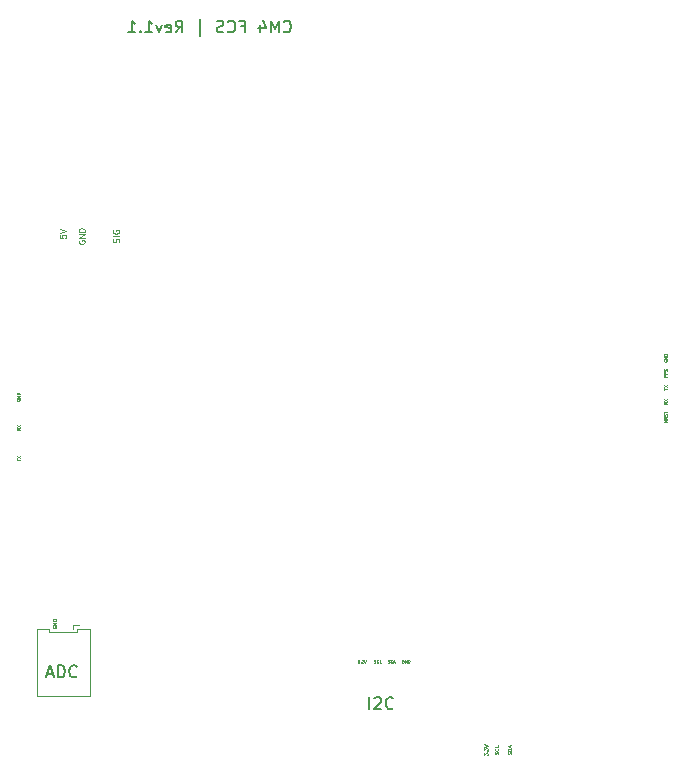
<source format=gbr>
%TF.GenerationSoftware,KiCad,Pcbnew,(5.99.0-10089-gf88d39b4f0)*%
%TF.CreationDate,2021-04-25T16:59:05+01:00*%
%TF.ProjectId,CM4,434d342e-6b69-4636-9164-5f7063625858,v01*%
%TF.SameCoordinates,Original*%
%TF.FileFunction,Legend,Bot*%
%TF.FilePolarity,Positive*%
%FSLAX46Y46*%
G04 Gerber Fmt 4.6, Leading zero omitted, Abs format (unit mm)*
G04 Created by KiCad (PCBNEW (5.99.0-10089-gf88d39b4f0)) date 2021-04-25 16:59:05*
%MOMM*%
%LPD*%
G01*
G04 APERTURE LIST*
%ADD10C,0.062500*%
%ADD11C,0.075000*%
%ADD12C,0.150000*%
%ADD13C,0.120000*%
G04 APERTURE END LIST*
D10*
X178475000Y-91990476D02*
X178463095Y-92014285D01*
X178463095Y-92050000D01*
X178475000Y-92085714D01*
X178498809Y-92109523D01*
X178522619Y-92121428D01*
X178570238Y-92133333D01*
X178605952Y-92133333D01*
X178653571Y-92121428D01*
X178677380Y-92109523D01*
X178701190Y-92085714D01*
X178713095Y-92050000D01*
X178713095Y-92026190D01*
X178701190Y-91990476D01*
X178689285Y-91978571D01*
X178605952Y-91978571D01*
X178605952Y-92026190D01*
X178713095Y-91871428D02*
X178463095Y-91871428D01*
X178713095Y-91728571D01*
X178463095Y-91728571D01*
X178713095Y-91609523D02*
X178463095Y-91609523D01*
X178463095Y-91550000D01*
X178475000Y-91514285D01*
X178498809Y-91490476D01*
X178522619Y-91478571D01*
X178570238Y-91466666D01*
X178605952Y-91466666D01*
X178653571Y-91478571D01*
X178677380Y-91490476D01*
X178701190Y-91514285D01*
X178713095Y-91550000D01*
X178713095Y-91609523D01*
X123675000Y-95290476D02*
X123663095Y-95314285D01*
X123663095Y-95350000D01*
X123675000Y-95385714D01*
X123698809Y-95409523D01*
X123722619Y-95421428D01*
X123770238Y-95433333D01*
X123805952Y-95433333D01*
X123853571Y-95421428D01*
X123877380Y-95409523D01*
X123901190Y-95385714D01*
X123913095Y-95350000D01*
X123913095Y-95326190D01*
X123901190Y-95290476D01*
X123889285Y-95278571D01*
X123805952Y-95278571D01*
X123805952Y-95326190D01*
X123913095Y-95171428D02*
X123663095Y-95171428D01*
X123913095Y-95028571D01*
X123663095Y-95028571D01*
X123913095Y-94909523D02*
X123663095Y-94909523D01*
X123663095Y-94850000D01*
X123675000Y-94814285D01*
X123698809Y-94790476D01*
X123722619Y-94778571D01*
X123770238Y-94766666D01*
X123805952Y-94766666D01*
X123853571Y-94778571D01*
X123877380Y-94790476D01*
X123901190Y-94814285D01*
X123913095Y-94850000D01*
X123913095Y-94909523D01*
X178463095Y-94490476D02*
X178463095Y-94347619D01*
X178713095Y-94419047D02*
X178463095Y-94419047D01*
X178463095Y-94288095D02*
X178713095Y-94121428D01*
X178463095Y-94121428D02*
X178713095Y-94288095D01*
D11*
X165521428Y-125364285D02*
X165535714Y-125321428D01*
X165535714Y-125250000D01*
X165521428Y-125221428D01*
X165507142Y-125207142D01*
X165478571Y-125192857D01*
X165450000Y-125192857D01*
X165421428Y-125207142D01*
X165407142Y-125221428D01*
X165392857Y-125250000D01*
X165378571Y-125307142D01*
X165364285Y-125335714D01*
X165350000Y-125350000D01*
X165321428Y-125364285D01*
X165292857Y-125364285D01*
X165264285Y-125350000D01*
X165250000Y-125335714D01*
X165235714Y-125307142D01*
X165235714Y-125235714D01*
X165250000Y-125192857D01*
X165535714Y-125064285D02*
X165235714Y-125064285D01*
X165235714Y-124992857D01*
X165250000Y-124950000D01*
X165278571Y-124921428D01*
X165307142Y-124907142D01*
X165364285Y-124892857D01*
X165407142Y-124892857D01*
X165464285Y-124907142D01*
X165492857Y-124921428D01*
X165521428Y-124950000D01*
X165535714Y-124992857D01*
X165535714Y-125064285D01*
X165450000Y-124778571D02*
X165450000Y-124635714D01*
X165535714Y-124807142D02*
X165235714Y-124707142D01*
X165535714Y-124607142D01*
X164421428Y-125357142D02*
X164435714Y-125314285D01*
X164435714Y-125242857D01*
X164421428Y-125214285D01*
X164407142Y-125200000D01*
X164378571Y-125185714D01*
X164350000Y-125185714D01*
X164321428Y-125200000D01*
X164307142Y-125214285D01*
X164292857Y-125242857D01*
X164278571Y-125300000D01*
X164264285Y-125328571D01*
X164250000Y-125342857D01*
X164221428Y-125357142D01*
X164192857Y-125357142D01*
X164164285Y-125342857D01*
X164150000Y-125328571D01*
X164135714Y-125300000D01*
X164135714Y-125228571D01*
X164150000Y-125185714D01*
X164407142Y-124885714D02*
X164421428Y-124900000D01*
X164435714Y-124942857D01*
X164435714Y-124971428D01*
X164421428Y-125014285D01*
X164392857Y-125042857D01*
X164364285Y-125057142D01*
X164307142Y-125071428D01*
X164264285Y-125071428D01*
X164207142Y-125057142D01*
X164178571Y-125042857D01*
X164150000Y-125014285D01*
X164135714Y-124971428D01*
X164135714Y-124942857D01*
X164150000Y-124900000D01*
X164164285Y-124885714D01*
X164435714Y-124614285D02*
X164435714Y-124757142D01*
X164135714Y-124757142D01*
D10*
X123913095Y-97741666D02*
X123794047Y-97825000D01*
X123913095Y-97884523D02*
X123663095Y-97884523D01*
X123663095Y-97789285D01*
X123675000Y-97765476D01*
X123686904Y-97753571D01*
X123710714Y-97741666D01*
X123746428Y-97741666D01*
X123770238Y-97753571D01*
X123782142Y-97765476D01*
X123794047Y-97789285D01*
X123794047Y-97884523D01*
X123663095Y-97658333D02*
X123913095Y-97491666D01*
X123663095Y-97491666D02*
X123913095Y-97658333D01*
X178713095Y-97210714D02*
X178463095Y-97210714D01*
X178713095Y-97067857D01*
X178463095Y-97067857D01*
X178713095Y-96805952D02*
X178594047Y-96889285D01*
X178713095Y-96948809D02*
X178463095Y-96948809D01*
X178463095Y-96853571D01*
X178475000Y-96829761D01*
X178486904Y-96817857D01*
X178510714Y-96805952D01*
X178546428Y-96805952D01*
X178570238Y-96817857D01*
X178582142Y-96829761D01*
X178594047Y-96853571D01*
X178594047Y-96948809D01*
X178701190Y-96710714D02*
X178713095Y-96675000D01*
X178713095Y-96615476D01*
X178701190Y-96591666D01*
X178689285Y-96579761D01*
X178665476Y-96567857D01*
X178641666Y-96567857D01*
X178617857Y-96579761D01*
X178605952Y-96591666D01*
X178594047Y-96615476D01*
X178582142Y-96663095D01*
X178570238Y-96686904D01*
X178558333Y-96698809D01*
X178534523Y-96710714D01*
X178510714Y-96710714D01*
X178486904Y-96698809D01*
X178475000Y-96686904D01*
X178463095Y-96663095D01*
X178463095Y-96603571D01*
X178475000Y-96567857D01*
X178463095Y-96496428D02*
X178463095Y-96353571D01*
X178713095Y-96425000D02*
X178463095Y-96425000D01*
X153902380Y-117601190D02*
X153938095Y-117613095D01*
X153997619Y-117613095D01*
X154021428Y-117601190D01*
X154033333Y-117589285D01*
X154045238Y-117565476D01*
X154045238Y-117541666D01*
X154033333Y-117517857D01*
X154021428Y-117505952D01*
X153997619Y-117494047D01*
X153950000Y-117482142D01*
X153926190Y-117470238D01*
X153914285Y-117458333D01*
X153902380Y-117434523D01*
X153902380Y-117410714D01*
X153914285Y-117386904D01*
X153926190Y-117375000D01*
X153950000Y-117363095D01*
X154009523Y-117363095D01*
X154045238Y-117375000D01*
X154295238Y-117589285D02*
X154283333Y-117601190D01*
X154247619Y-117613095D01*
X154223809Y-117613095D01*
X154188095Y-117601190D01*
X154164285Y-117577380D01*
X154152380Y-117553571D01*
X154140476Y-117505952D01*
X154140476Y-117470238D01*
X154152380Y-117422619D01*
X154164285Y-117398809D01*
X154188095Y-117375000D01*
X154223809Y-117363095D01*
X154247619Y-117363095D01*
X154283333Y-117375000D01*
X154295238Y-117386904D01*
X154521428Y-117613095D02*
X154402380Y-117613095D01*
X154402380Y-117363095D01*
X156409523Y-117375000D02*
X156385714Y-117363095D01*
X156350000Y-117363095D01*
X156314285Y-117375000D01*
X156290476Y-117398809D01*
X156278571Y-117422619D01*
X156266666Y-117470238D01*
X156266666Y-117505952D01*
X156278571Y-117553571D01*
X156290476Y-117577380D01*
X156314285Y-117601190D01*
X156350000Y-117613095D01*
X156373809Y-117613095D01*
X156409523Y-117601190D01*
X156421428Y-117589285D01*
X156421428Y-117505952D01*
X156373809Y-117505952D01*
X156528571Y-117613095D02*
X156528571Y-117363095D01*
X156671428Y-117613095D01*
X156671428Y-117363095D01*
X156790476Y-117613095D02*
X156790476Y-117363095D01*
X156850000Y-117363095D01*
X156885714Y-117375000D01*
X156909523Y-117398809D01*
X156921428Y-117422619D01*
X156933333Y-117470238D01*
X156933333Y-117505952D01*
X156921428Y-117553571D01*
X156909523Y-117577380D01*
X156885714Y-117601190D01*
X156850000Y-117613095D01*
X156790476Y-117613095D01*
X128950000Y-81880952D02*
X128926190Y-81928571D01*
X128926190Y-82000000D01*
X128950000Y-82071428D01*
X128997619Y-82119047D01*
X129045238Y-82142857D01*
X129140476Y-82166666D01*
X129211904Y-82166666D01*
X129307142Y-82142857D01*
X129354761Y-82119047D01*
X129402380Y-82071428D01*
X129426190Y-82000000D01*
X129426190Y-81952380D01*
X129402380Y-81880952D01*
X129378571Y-81857142D01*
X129211904Y-81857142D01*
X129211904Y-81952380D01*
X129426190Y-81642857D02*
X128926190Y-81642857D01*
X129426190Y-81357142D01*
X128926190Y-81357142D01*
X129426190Y-81119047D02*
X128926190Y-81119047D01*
X128926190Y-81000000D01*
X128950000Y-80928571D01*
X128997619Y-80880952D01*
X129045238Y-80857142D01*
X129140476Y-80833333D01*
X129211904Y-80833333D01*
X129307142Y-80857142D01*
X129354761Y-80880952D01*
X129402380Y-80928571D01*
X129426190Y-81000000D01*
X129426190Y-81119047D01*
D12*
X146261904Y-64157142D02*
X146309523Y-64204761D01*
X146452380Y-64252380D01*
X146547619Y-64252380D01*
X146690476Y-64204761D01*
X146785714Y-64109523D01*
X146833333Y-64014285D01*
X146880952Y-63823809D01*
X146880952Y-63680952D01*
X146833333Y-63490476D01*
X146785714Y-63395238D01*
X146690476Y-63300000D01*
X146547619Y-63252380D01*
X146452380Y-63252380D01*
X146309523Y-63300000D01*
X146261904Y-63347619D01*
X145833333Y-64252380D02*
X145833333Y-63252380D01*
X145500000Y-63966666D01*
X145166666Y-63252380D01*
X145166666Y-64252380D01*
X144261904Y-63585714D02*
X144261904Y-64252380D01*
X144500000Y-63204761D02*
X144738095Y-63919047D01*
X144119047Y-63919047D01*
X142642857Y-63728571D02*
X142976190Y-63728571D01*
X142976190Y-64252380D02*
X142976190Y-63252380D01*
X142500000Y-63252380D01*
X141547619Y-64157142D02*
X141595238Y-64204761D01*
X141738095Y-64252380D01*
X141833333Y-64252380D01*
X141976190Y-64204761D01*
X142071428Y-64109523D01*
X142119047Y-64014285D01*
X142166666Y-63823809D01*
X142166666Y-63680952D01*
X142119047Y-63490476D01*
X142071428Y-63395238D01*
X141976190Y-63300000D01*
X141833333Y-63252380D01*
X141738095Y-63252380D01*
X141595238Y-63300000D01*
X141547619Y-63347619D01*
X141166666Y-64204761D02*
X141023809Y-64252380D01*
X140785714Y-64252380D01*
X140690476Y-64204761D01*
X140642857Y-64157142D01*
X140595238Y-64061904D01*
X140595238Y-63966666D01*
X140642857Y-63871428D01*
X140690476Y-63823809D01*
X140785714Y-63776190D01*
X140976190Y-63728571D01*
X141071428Y-63680952D01*
X141119047Y-63633333D01*
X141166666Y-63538095D01*
X141166666Y-63442857D01*
X141119047Y-63347619D01*
X141071428Y-63300000D01*
X140976190Y-63252380D01*
X140738095Y-63252380D01*
X140595238Y-63300000D01*
X139166666Y-64585714D02*
X139166666Y-63157142D01*
X137119047Y-64252380D02*
X137452380Y-63776190D01*
X137690476Y-64252380D02*
X137690476Y-63252380D01*
X137309523Y-63252380D01*
X137214285Y-63300000D01*
X137166666Y-63347619D01*
X137119047Y-63442857D01*
X137119047Y-63585714D01*
X137166666Y-63680952D01*
X137214285Y-63728571D01*
X137309523Y-63776190D01*
X137690476Y-63776190D01*
X136309523Y-64204761D02*
X136404761Y-64252380D01*
X136595238Y-64252380D01*
X136690476Y-64204761D01*
X136738095Y-64109523D01*
X136738095Y-63728571D01*
X136690476Y-63633333D01*
X136595238Y-63585714D01*
X136404761Y-63585714D01*
X136309523Y-63633333D01*
X136261904Y-63728571D01*
X136261904Y-63823809D01*
X136738095Y-63919047D01*
X135928571Y-63585714D02*
X135690476Y-64252380D01*
X135452380Y-63585714D01*
X134547619Y-64252380D02*
X135119047Y-64252380D01*
X134833333Y-64252380D02*
X134833333Y-63252380D01*
X134928571Y-63395238D01*
X135023809Y-63490476D01*
X135119047Y-63538095D01*
X134119047Y-64157142D02*
X134071428Y-64204761D01*
X134119047Y-64252380D01*
X134166666Y-64204761D01*
X134119047Y-64157142D01*
X134119047Y-64252380D01*
X133119047Y-64252380D02*
X133690476Y-64252380D01*
X133404761Y-64252380D02*
X133404761Y-63252380D01*
X133500000Y-63395238D01*
X133595238Y-63490476D01*
X133690476Y-63538095D01*
D11*
X126750000Y-114528571D02*
X126735714Y-114557142D01*
X126735714Y-114600000D01*
X126750000Y-114642857D01*
X126778571Y-114671428D01*
X126807142Y-114685714D01*
X126864285Y-114700000D01*
X126907142Y-114700000D01*
X126964285Y-114685714D01*
X126992857Y-114671428D01*
X127021428Y-114642857D01*
X127035714Y-114600000D01*
X127035714Y-114571428D01*
X127021428Y-114528571D01*
X127007142Y-114514285D01*
X126907142Y-114514285D01*
X126907142Y-114571428D01*
X127035714Y-114385714D02*
X126735714Y-114385714D01*
X127035714Y-114214285D01*
X126735714Y-114214285D01*
X127035714Y-114071428D02*
X126735714Y-114071428D01*
X126735714Y-114000000D01*
X126750000Y-113957142D01*
X126778571Y-113928571D01*
X126807142Y-113914285D01*
X126864285Y-113900000D01*
X126907142Y-113900000D01*
X126964285Y-113914285D01*
X126992857Y-113928571D01*
X127021428Y-113957142D01*
X127035714Y-114000000D01*
X127035714Y-114071428D01*
X163235714Y-125442857D02*
X163235714Y-125257142D01*
X163350000Y-125357142D01*
X163350000Y-125314285D01*
X163364285Y-125285714D01*
X163378571Y-125271428D01*
X163407142Y-125257142D01*
X163478571Y-125257142D01*
X163507142Y-125271428D01*
X163521428Y-125285714D01*
X163535714Y-125314285D01*
X163535714Y-125400000D01*
X163521428Y-125428571D01*
X163507142Y-125442857D01*
X163507142Y-125128571D02*
X163521428Y-125114285D01*
X163535714Y-125128571D01*
X163521428Y-125142857D01*
X163507142Y-125128571D01*
X163535714Y-125128571D01*
X163235714Y-125014285D02*
X163235714Y-124828571D01*
X163350000Y-124928571D01*
X163350000Y-124885714D01*
X163364285Y-124857142D01*
X163378571Y-124842857D01*
X163407142Y-124828571D01*
X163478571Y-124828571D01*
X163507142Y-124842857D01*
X163521428Y-124857142D01*
X163535714Y-124885714D01*
X163535714Y-124971428D01*
X163521428Y-125000000D01*
X163507142Y-125014285D01*
X163235714Y-124742857D02*
X163535714Y-124642857D01*
X163235714Y-124542857D01*
D10*
X155096428Y-117601190D02*
X155132142Y-117613095D01*
X155191666Y-117613095D01*
X155215476Y-117601190D01*
X155227380Y-117589285D01*
X155239285Y-117565476D01*
X155239285Y-117541666D01*
X155227380Y-117517857D01*
X155215476Y-117505952D01*
X155191666Y-117494047D01*
X155144047Y-117482142D01*
X155120238Y-117470238D01*
X155108333Y-117458333D01*
X155096428Y-117434523D01*
X155096428Y-117410714D01*
X155108333Y-117386904D01*
X155120238Y-117375000D01*
X155144047Y-117363095D01*
X155203571Y-117363095D01*
X155239285Y-117375000D01*
X155346428Y-117613095D02*
X155346428Y-117363095D01*
X155405952Y-117363095D01*
X155441666Y-117375000D01*
X155465476Y-117398809D01*
X155477380Y-117422619D01*
X155489285Y-117470238D01*
X155489285Y-117505952D01*
X155477380Y-117553571D01*
X155465476Y-117577380D01*
X155441666Y-117601190D01*
X155405952Y-117613095D01*
X155346428Y-117613095D01*
X155584523Y-117541666D02*
X155703571Y-117541666D01*
X155560714Y-117613095D02*
X155644047Y-117363095D01*
X155727380Y-117613095D01*
X178713095Y-95541666D02*
X178594047Y-95625000D01*
X178713095Y-95684523D02*
X178463095Y-95684523D01*
X178463095Y-95589285D01*
X178475000Y-95565476D01*
X178486904Y-95553571D01*
X178510714Y-95541666D01*
X178546428Y-95541666D01*
X178570238Y-95553571D01*
X178582142Y-95565476D01*
X178594047Y-95589285D01*
X178594047Y-95684523D01*
X178463095Y-95458333D02*
X178713095Y-95291666D01*
X178463095Y-95291666D02*
X178713095Y-95458333D01*
X123663095Y-100490476D02*
X123663095Y-100347619D01*
X123913095Y-100419047D02*
X123663095Y-100419047D01*
X123663095Y-100288095D02*
X123913095Y-100121428D01*
X123663095Y-100121428D02*
X123913095Y-100288095D01*
D12*
X153523809Y-121552380D02*
X153523809Y-120552380D01*
X153952380Y-120647619D02*
X154000000Y-120600000D01*
X154095238Y-120552380D01*
X154333333Y-120552380D01*
X154428571Y-120600000D01*
X154476190Y-120647619D01*
X154523809Y-120742857D01*
X154523809Y-120838095D01*
X154476190Y-120980952D01*
X153904761Y-121552380D01*
X154523809Y-121552380D01*
X155523809Y-121457142D02*
X155476190Y-121504761D01*
X155333333Y-121552380D01*
X155238095Y-121552380D01*
X155095238Y-121504761D01*
X155000000Y-121409523D01*
X154952380Y-121314285D01*
X154904761Y-121123809D01*
X154904761Y-120980952D01*
X154952380Y-120790476D01*
X155000000Y-120695238D01*
X155095238Y-120600000D01*
X155238095Y-120552380D01*
X155333333Y-120552380D01*
X155476190Y-120600000D01*
X155523809Y-120647619D01*
D10*
X178713095Y-93409523D02*
X178463095Y-93409523D01*
X178463095Y-93314285D01*
X178475000Y-93290476D01*
X178486904Y-93278571D01*
X178510714Y-93266666D01*
X178546428Y-93266666D01*
X178570238Y-93278571D01*
X178582142Y-93290476D01*
X178594047Y-93314285D01*
X178594047Y-93409523D01*
X178713095Y-93159523D02*
X178463095Y-93159523D01*
X178463095Y-93064285D01*
X178475000Y-93040476D01*
X178486904Y-93028571D01*
X178510714Y-93016666D01*
X178546428Y-93016666D01*
X178570238Y-93028571D01*
X178582142Y-93040476D01*
X178594047Y-93064285D01*
X178594047Y-93159523D01*
X178701190Y-92921428D02*
X178713095Y-92885714D01*
X178713095Y-92826190D01*
X178701190Y-92802380D01*
X178689285Y-92790476D01*
X178665476Y-92778571D01*
X178641666Y-92778571D01*
X178617857Y-92790476D01*
X178605952Y-92802380D01*
X178594047Y-92826190D01*
X178582142Y-92873809D01*
X178570238Y-92897619D01*
X178558333Y-92909523D01*
X178534523Y-92921428D01*
X178510714Y-92921428D01*
X178486904Y-92909523D01*
X178475000Y-92897619D01*
X178463095Y-92873809D01*
X178463095Y-92814285D01*
X178475000Y-92778571D01*
X132302380Y-82011904D02*
X132326190Y-81940476D01*
X132326190Y-81821428D01*
X132302380Y-81773809D01*
X132278571Y-81750000D01*
X132230952Y-81726190D01*
X132183333Y-81726190D01*
X132135714Y-81750000D01*
X132111904Y-81773809D01*
X132088095Y-81821428D01*
X132064285Y-81916666D01*
X132040476Y-81964285D01*
X132016666Y-81988095D01*
X131969047Y-82011904D01*
X131921428Y-82011904D01*
X131873809Y-81988095D01*
X131850000Y-81964285D01*
X131826190Y-81916666D01*
X131826190Y-81797619D01*
X131850000Y-81726190D01*
X132326190Y-81511904D02*
X131826190Y-81511904D01*
X131850000Y-81011904D02*
X131826190Y-81059523D01*
X131826190Y-81130952D01*
X131850000Y-81202380D01*
X131897619Y-81250000D01*
X131945238Y-81273809D01*
X132040476Y-81297619D01*
X132111904Y-81297619D01*
X132207142Y-81273809D01*
X132254761Y-81250000D01*
X132302380Y-81202380D01*
X132326190Y-81130952D01*
X132326190Y-81083333D01*
X132302380Y-81011904D01*
X132278571Y-80988095D01*
X132111904Y-80988095D01*
X132111904Y-81083333D01*
X152530952Y-117363095D02*
X152685714Y-117363095D01*
X152602380Y-117458333D01*
X152638095Y-117458333D01*
X152661904Y-117470238D01*
X152673809Y-117482142D01*
X152685714Y-117505952D01*
X152685714Y-117565476D01*
X152673809Y-117589285D01*
X152661904Y-117601190D01*
X152638095Y-117613095D01*
X152566666Y-117613095D01*
X152542857Y-117601190D01*
X152530952Y-117589285D01*
X152792857Y-117589285D02*
X152804761Y-117601190D01*
X152792857Y-117613095D01*
X152780952Y-117601190D01*
X152792857Y-117589285D01*
X152792857Y-117613095D01*
X152888095Y-117363095D02*
X153042857Y-117363095D01*
X152959523Y-117458333D01*
X152995238Y-117458333D01*
X153019047Y-117470238D01*
X153030952Y-117482142D01*
X153042857Y-117505952D01*
X153042857Y-117565476D01*
X153030952Y-117589285D01*
X153019047Y-117601190D01*
X152995238Y-117613095D01*
X152923809Y-117613095D01*
X152900000Y-117601190D01*
X152888095Y-117589285D01*
X153114285Y-117363095D02*
X153197619Y-117613095D01*
X153280952Y-117363095D01*
X127326190Y-81395238D02*
X127326190Y-81633333D01*
X127564285Y-81657142D01*
X127540476Y-81633333D01*
X127516666Y-81585714D01*
X127516666Y-81466666D01*
X127540476Y-81419047D01*
X127564285Y-81395238D01*
X127611904Y-81371428D01*
X127730952Y-81371428D01*
X127778571Y-81395238D01*
X127802380Y-81419047D01*
X127826190Y-81466666D01*
X127826190Y-81585714D01*
X127802380Y-81633333D01*
X127778571Y-81657142D01*
X127326190Y-81228571D02*
X127826190Y-81061904D01*
X127326190Y-80895238D01*
D12*
X126261904Y-118566666D02*
X126738095Y-118566666D01*
X126166666Y-118852380D02*
X126500000Y-117852380D01*
X126833333Y-118852380D01*
X127166666Y-118852380D02*
X127166666Y-117852380D01*
X127404761Y-117852380D01*
X127547619Y-117900000D01*
X127642857Y-117995238D01*
X127690476Y-118090476D01*
X127738095Y-118280952D01*
X127738095Y-118423809D01*
X127690476Y-118614285D01*
X127642857Y-118709523D01*
X127547619Y-118804761D01*
X127404761Y-118852380D01*
X127166666Y-118852380D01*
X128738095Y-118757142D02*
X128690476Y-118804761D01*
X128547619Y-118852380D01*
X128452380Y-118852380D01*
X128309523Y-118804761D01*
X128214285Y-118709523D01*
X128166666Y-118614285D01*
X128119047Y-118423809D01*
X128119047Y-118280952D01*
X128166666Y-118090476D01*
X128214285Y-117995238D01*
X128309523Y-117900000D01*
X128452380Y-117852380D01*
X128547619Y-117852380D01*
X128690476Y-117900000D01*
X128738095Y-117947619D01*
D13*
%TO.C,J9*%
X129835000Y-114740000D02*
X129835000Y-120460000D01*
X128475000Y-114750000D02*
X128475000Y-114450000D01*
X126435000Y-115040000D02*
X126435000Y-114740000D01*
X126435000Y-114740000D02*
X125365000Y-114740000D01*
X129835000Y-120460000D02*
X127600000Y-120460000D01*
X128475000Y-114450000D02*
X128975000Y-114450000D01*
X128765000Y-115040000D02*
X128765000Y-114740000D01*
X127600000Y-115040000D02*
X128765000Y-115040000D01*
X128765000Y-114740000D02*
X129835000Y-114740000D01*
X127600000Y-115040000D02*
X126435000Y-115040000D01*
X125365000Y-114740000D02*
X125365000Y-120460000D01*
X125365000Y-120460000D02*
X127600000Y-120460000D01*
%TD*%
M02*

</source>
